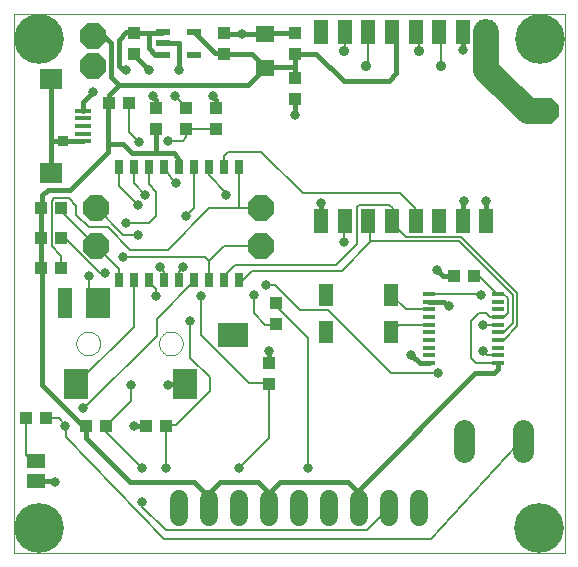
<source format=gtl>
G75*
G70*
%OFA0B0*%
%FSLAX24Y24*%
%IPPOS*%
%LPD*%
%AMOC8*
5,1,8,0,0,1.08239X$1,22.5*
%
%ADD10C,0.0000*%
%ADD11R,0.0433X0.0394*%
%ADD12R,0.0630X0.0551*%
%ADD13R,0.0394X0.0433*%
%ADD14R,0.0787X0.0984*%
%ADD15R,0.0984X0.0787*%
%ADD16R,0.0472X0.0984*%
%ADD17R,0.0591X0.0512*%
%ADD18C,0.0705*%
%ADD19R,0.0512X0.0787*%
%ADD20OC8,0.0850*%
%ADD21R,0.0512X0.0748*%
%ADD22R,0.0551X0.0138*%
%ADD23R,0.0748X0.0709*%
%ADD24C,0.0600*%
%ADD25R,0.0300X0.0450*%
%ADD26R,0.0390X0.0120*%
%ADD27R,0.0472X0.0217*%
%ADD28C,0.0160*%
%ADD29C,0.0080*%
%ADD30C,0.0317*%
%ADD31R,0.0356X0.0356*%
%ADD32C,0.0356*%
%ADD33C,0.0860*%
%ADD34C,0.1660*%
D10*
X000180Y000180D02*
X000180Y018176D01*
X018550Y018176D01*
X018550Y000180D01*
X000180Y000180D01*
X002264Y007180D02*
X002266Y007219D01*
X002272Y007258D01*
X002282Y007296D01*
X002295Y007333D01*
X002312Y007368D01*
X002332Y007402D01*
X002356Y007433D01*
X002383Y007462D01*
X002412Y007488D01*
X002444Y007511D01*
X002478Y007531D01*
X002514Y007547D01*
X002551Y007559D01*
X002590Y007568D01*
X002629Y007573D01*
X002668Y007574D01*
X002707Y007571D01*
X002746Y007564D01*
X002783Y007553D01*
X002820Y007539D01*
X002855Y007521D01*
X002888Y007500D01*
X002919Y007475D01*
X002947Y007448D01*
X002972Y007418D01*
X002994Y007385D01*
X003013Y007351D01*
X003028Y007315D01*
X003040Y007277D01*
X003048Y007239D01*
X003052Y007200D01*
X003052Y007160D01*
X003048Y007121D01*
X003040Y007083D01*
X003028Y007045D01*
X003013Y007009D01*
X002994Y006975D01*
X002972Y006942D01*
X002947Y006912D01*
X002919Y006885D01*
X002888Y006860D01*
X002855Y006839D01*
X002820Y006821D01*
X002783Y006807D01*
X002746Y006796D01*
X002707Y006789D01*
X002668Y006786D01*
X002629Y006787D01*
X002590Y006792D01*
X002551Y006801D01*
X002514Y006813D01*
X002478Y006829D01*
X002444Y006849D01*
X002412Y006872D01*
X002383Y006898D01*
X002356Y006927D01*
X002332Y006958D01*
X002312Y006992D01*
X002295Y007027D01*
X002282Y007064D01*
X002272Y007102D01*
X002266Y007141D01*
X002264Y007180D01*
X005020Y007180D02*
X005022Y007219D01*
X005028Y007258D01*
X005038Y007296D01*
X005051Y007333D01*
X005068Y007368D01*
X005088Y007402D01*
X005112Y007433D01*
X005139Y007462D01*
X005168Y007488D01*
X005200Y007511D01*
X005234Y007531D01*
X005270Y007547D01*
X005307Y007559D01*
X005346Y007568D01*
X005385Y007573D01*
X005424Y007574D01*
X005463Y007571D01*
X005502Y007564D01*
X005539Y007553D01*
X005576Y007539D01*
X005611Y007521D01*
X005644Y007500D01*
X005675Y007475D01*
X005703Y007448D01*
X005728Y007418D01*
X005750Y007385D01*
X005769Y007351D01*
X005784Y007315D01*
X005796Y007277D01*
X005804Y007239D01*
X005808Y007200D01*
X005808Y007160D01*
X005804Y007121D01*
X005796Y007083D01*
X005784Y007045D01*
X005769Y007009D01*
X005750Y006975D01*
X005728Y006942D01*
X005703Y006912D01*
X005675Y006885D01*
X005644Y006860D01*
X005611Y006839D01*
X005576Y006821D01*
X005539Y006807D01*
X005502Y006796D01*
X005463Y006789D01*
X005424Y006786D01*
X005385Y006787D01*
X005346Y006792D01*
X005307Y006801D01*
X005270Y006813D01*
X005234Y006829D01*
X005200Y006849D01*
X005168Y006872D01*
X005139Y006898D01*
X005112Y006927D01*
X005088Y006958D01*
X005068Y006992D01*
X005051Y007027D01*
X005038Y007064D01*
X005028Y007102D01*
X005022Y007141D01*
X005020Y007180D01*
D11*
X008680Y006515D03*
X008680Y005845D03*
X008930Y007845D03*
X008930Y008515D03*
X014845Y009430D03*
X015515Y009430D03*
X006930Y014345D03*
X006930Y015015D03*
X005930Y015015D03*
X005930Y014345D03*
D12*
X008555Y016379D03*
X008555Y017481D03*
D13*
X009555Y017515D03*
X009555Y016845D03*
X009555Y016015D03*
X009555Y015345D03*
X007180Y016845D03*
X007180Y017515D03*
X004930Y015015D03*
X004930Y014345D03*
X004015Y015180D03*
X003345Y015180D03*
X004180Y016845D03*
X004180Y017515D03*
X001765Y011680D03*
X001095Y011680D03*
X001095Y010680D03*
X001765Y010680D03*
X001765Y009680D03*
X001095Y009680D03*
X001265Y004680D03*
X000595Y004680D03*
X002595Y004430D03*
X003265Y004430D03*
X004595Y004430D03*
X005265Y004430D03*
D14*
X005886Y005822D03*
X002973Y008538D03*
X002264Y005822D03*
D15*
X007481Y007475D03*
D16*
X001871Y008538D03*
D17*
X000930Y003265D03*
X000930Y002595D03*
D18*
X015196Y003578D02*
X015196Y004283D01*
X017164Y004283D02*
X017164Y003578D01*
D19*
X015936Y011260D03*
X015149Y011260D03*
X014361Y011260D03*
X013574Y011260D03*
X012786Y011260D03*
X011999Y011260D03*
X011211Y011260D03*
X010424Y011260D03*
X010424Y017560D03*
X011211Y017560D03*
X011999Y017560D03*
X012786Y017560D03*
X013574Y017560D03*
X014361Y017560D03*
X015149Y017560D03*
X015936Y017560D03*
D20*
X017930Y014930D03*
X008430Y011680D03*
X008430Y010430D03*
X002930Y010430D03*
X002930Y011680D03*
X002805Y016430D03*
X002805Y017430D03*
D21*
X010597Y008810D03*
X010597Y007550D03*
X012763Y007550D03*
X012763Y008810D03*
D22*
X002473Y013918D03*
X002473Y014174D03*
X002473Y014430D03*
X002473Y014686D03*
X002473Y014942D03*
D23*
X001430Y016005D03*
X001430Y012855D03*
D24*
X005680Y001980D02*
X005680Y001380D01*
X006680Y001380D02*
X006680Y001980D01*
X007680Y001980D02*
X007680Y001380D01*
X008680Y001380D02*
X008680Y001980D01*
X009680Y001980D02*
X009680Y001380D01*
X010680Y001380D02*
X010680Y001980D01*
X011680Y001980D02*
X011680Y001380D01*
X012680Y001380D02*
X012680Y001980D01*
X013680Y001980D02*
X013680Y001380D01*
D25*
X007680Y009295D03*
X007180Y009295D03*
X006680Y009295D03*
X006180Y009295D03*
X005680Y009295D03*
X005180Y009295D03*
X004680Y009295D03*
X004180Y009295D03*
X003680Y009295D03*
X003680Y013065D03*
X004180Y013065D03*
X004680Y013065D03*
X005180Y013065D03*
X005680Y013065D03*
X006180Y013065D03*
X006680Y013065D03*
X007180Y013065D03*
X007680Y013065D03*
D26*
X014031Y008832D03*
X014031Y008576D03*
X014031Y008320D03*
X014031Y008064D03*
X014031Y007808D03*
X014031Y007552D03*
X014031Y007296D03*
X014031Y007040D03*
X014031Y006784D03*
X014031Y006528D03*
X016329Y006528D03*
X016329Y006784D03*
X016329Y007040D03*
X016329Y007296D03*
X016329Y007552D03*
X016329Y007808D03*
X016329Y008064D03*
X016329Y008320D03*
X016329Y008576D03*
X016329Y008832D03*
D27*
X006192Y016806D03*
X006192Y017554D03*
X005168Y017554D03*
X005168Y017180D03*
X005168Y016806D03*
D28*
X005160Y016806D02*
X005024Y016806D01*
X005020Y016810D01*
X004895Y016810D01*
X004685Y017020D01*
X004685Y017520D01*
X004180Y017520D01*
X004180Y017515D02*
X004140Y017555D01*
X003930Y017555D01*
X003680Y017305D01*
X003680Y016430D01*
X003805Y016305D01*
X003930Y016305D01*
X003680Y015805D02*
X003345Y015470D01*
X003345Y015180D01*
X003320Y015150D02*
X003320Y013840D01*
X003320Y013570D01*
X002055Y012305D01*
X001305Y012305D01*
X001120Y012120D01*
X001120Y011850D01*
X001100Y011680D02*
X001100Y010710D01*
X001100Y010680D02*
X001100Y009680D01*
X001120Y009650D02*
X001120Y005800D01*
X002470Y004450D01*
X002595Y004430D02*
X002595Y004015D01*
X004055Y002555D01*
X006180Y002555D01*
X006680Y002055D01*
X006680Y001680D01*
X006680Y002180D01*
X007055Y002555D01*
X008305Y002555D01*
X008680Y002180D01*
X009055Y002555D01*
X011305Y002555D01*
X011680Y002180D01*
X011680Y002305D01*
X015555Y006180D01*
X016180Y006180D01*
X016329Y006329D01*
X016329Y006528D01*
X014680Y008430D02*
X014534Y008576D01*
X014031Y008576D01*
X014500Y009430D02*
X014295Y009635D01*
X014500Y009430D02*
X014845Y009430D01*
X015149Y011260D02*
X015149Y011899D01*
X015180Y011930D01*
X015930Y011930D02*
X015936Y011924D01*
X015936Y011260D01*
X013430Y006805D02*
X013707Y006528D01*
X014031Y006528D01*
X011680Y002180D02*
X011680Y001680D01*
X008680Y001680D02*
X008680Y002180D01*
X005886Y005822D02*
X005322Y005822D01*
X005305Y005805D01*
X004595Y004430D02*
X004180Y004430D01*
X001555Y002555D02*
X001515Y002595D01*
X000930Y002595D01*
X008680Y006515D02*
X008680Y006920D01*
X010430Y011300D02*
X010430Y011860D01*
X009555Y014805D02*
X009555Y015345D01*
X009555Y016015D02*
X009555Y016400D01*
X009555Y016845D01*
X010265Y016845D01*
X011180Y015930D01*
X012680Y015930D01*
X012930Y016180D01*
X012930Y017416D01*
X012786Y017560D01*
X015150Y017520D02*
X015150Y016960D01*
X009555Y017515D02*
X008588Y017515D01*
X008555Y017481D01*
X008660Y017510D02*
X007795Y017510D01*
X007180Y017510D01*
X007180Y016850D02*
X006900Y016850D01*
X006200Y017550D01*
X005680Y017180D02*
X005680Y016305D01*
X005680Y017180D02*
X005168Y017180D01*
X005130Y017520D02*
X004685Y017520D01*
X004180Y016845D02*
X004180Y016805D01*
X004680Y016305D01*
X004805Y015430D02*
X004930Y015305D01*
X004930Y015015D01*
X004930Y014345D02*
X004930Y013535D01*
X004115Y013535D01*
X003830Y013820D01*
X003350Y013820D01*
X002473Y013918D02*
X001805Y013918D01*
X001805Y013930D01*
X001430Y013930D01*
X001430Y016005D01*
X002473Y015223D02*
X002473Y014942D01*
X002473Y015223D02*
X002805Y015555D01*
X003430Y016055D02*
X003680Y015805D01*
X007981Y015805D01*
X008555Y016379D01*
X008525Y016400D02*
X008105Y016820D01*
X007210Y016820D01*
X008460Y016400D02*
X008525Y016400D01*
X009555Y016400D01*
X006930Y015305D02*
X006930Y015015D01*
X006930Y015305D02*
X006805Y015430D01*
X005515Y013535D02*
X004930Y013535D01*
X005515Y013535D02*
X005680Y013305D01*
X005660Y013285D01*
X005660Y013140D01*
X003430Y016055D02*
X003430Y017180D01*
X003180Y017430D01*
X002805Y017430D01*
X001430Y013930D02*
X001430Y012855D01*
D29*
X001520Y012020D02*
X001440Y011940D01*
X001440Y010420D01*
X001760Y010100D01*
X001760Y009680D01*
X001765Y009680D01*
X001120Y009650D02*
X001095Y009680D01*
X001100Y009680D01*
X001100Y010680D02*
X001095Y010680D01*
X001100Y010710D01*
X001765Y010680D02*
X001900Y010680D01*
X003055Y009525D01*
X003235Y009525D01*
X003680Y009670D02*
X003680Y009300D01*
X003680Y009295D01*
X003680Y009670D02*
X002950Y010400D01*
X002930Y010430D01*
X001770Y011590D01*
X001770Y011680D01*
X001765Y011680D01*
X002010Y012020D02*
X001520Y012020D01*
X002010Y012020D02*
X002255Y011775D01*
X002255Y011450D01*
X002680Y011055D01*
X003305Y011055D01*
X004055Y010305D01*
X005305Y010305D01*
X006695Y011680D01*
X007680Y011680D01*
X007680Y013065D01*
X007180Y013065D02*
X007180Y013430D01*
X007305Y013555D01*
X008430Y013555D01*
X009805Y012180D01*
X013055Y012180D01*
X013555Y011680D01*
X013555Y011279D01*
X013574Y011260D01*
X013270Y010740D02*
X012790Y011220D01*
X012790Y011260D01*
X012786Y011260D01*
X012805Y011279D01*
X012805Y011680D01*
X012680Y011805D01*
X011680Y011805D01*
X011618Y011743D01*
X011618Y010493D01*
X010930Y009805D01*
X007555Y009805D01*
X007180Y009430D01*
X007180Y009295D01*
X007680Y009300D02*
X007680Y009295D01*
X007680Y009300D02*
X007820Y009300D01*
X008130Y009610D01*
X011110Y009610D01*
X012055Y010555D01*
X012080Y010580D01*
X015010Y010580D01*
X016810Y008780D01*
X016810Y007860D01*
X016510Y007560D01*
X016330Y007560D01*
X016329Y007552D01*
X016326Y007805D02*
X016329Y007808D01*
X016326Y007805D02*
X015805Y007805D01*
X016040Y008070D02*
X015930Y008180D01*
X015680Y008180D01*
X015430Y007930D01*
X015430Y006680D01*
X015582Y006528D01*
X016329Y006528D01*
X016320Y006780D02*
X015955Y006780D01*
X015805Y006930D01*
X016320Y006780D02*
X016329Y006784D01*
X016329Y007296D02*
X016330Y007300D01*
X016510Y007300D01*
X016970Y007760D01*
X016970Y008850D01*
X015080Y010740D01*
X013270Y010740D01*
X012055Y010555D02*
X012055Y011204D01*
X011999Y011260D01*
X012000Y011260D01*
X012000Y011220D01*
X011211Y011260D02*
X011180Y011229D01*
X011180Y010555D01*
X010424Y011260D02*
X010430Y011300D01*
X010424Y011260D02*
X010420Y011260D01*
X008430Y011680D02*
X007680Y011680D01*
X007270Y012135D02*
X007270Y012180D01*
X006680Y012805D01*
X006680Y013065D01*
X006180Y013065D02*
X006180Y011680D01*
X005930Y011430D01*
X004930Y011430D02*
X004930Y011555D01*
X004925Y012245D01*
X004680Y012490D01*
X004680Y013065D01*
X004180Y013065D02*
X004180Y012525D01*
X004560Y012145D01*
X004305Y011805D02*
X003680Y012435D01*
X003680Y013065D01*
X003350Y013820D02*
X003320Y013840D01*
X004020Y014220D02*
X004340Y013900D01*
X004020Y014220D02*
X004020Y015180D01*
X004015Y015180D01*
X003345Y015180D02*
X003320Y015150D01*
X005160Y016806D02*
X005160Y016810D01*
X005160Y016806D02*
X005168Y016806D01*
X005130Y017520D02*
X005160Y017550D01*
X005168Y017550D01*
X005168Y017554D01*
X004180Y017520D02*
X004180Y017515D01*
X006192Y017554D02*
X006200Y017554D01*
X006200Y017550D01*
X007180Y017510D02*
X007180Y017515D01*
X007180Y016850D02*
X007180Y016845D01*
X007210Y016820D01*
X008460Y016400D02*
X008555Y016379D01*
X008525Y016400D01*
X008555Y017481D02*
X008680Y017490D01*
X008660Y017510D01*
X011211Y017560D02*
X011211Y016961D01*
X011180Y016930D01*
X011930Y016430D02*
X011999Y016499D01*
X011999Y017560D01*
X012780Y017550D02*
X012780Y017290D01*
X012780Y017550D02*
X012786Y017560D01*
X013574Y017560D02*
X013680Y017453D01*
X013680Y016930D01*
X014430Y016430D02*
X014430Y017491D01*
X014361Y017560D01*
X015149Y017560D02*
X015150Y017520D01*
X015150Y017560D02*
X015149Y017560D01*
X015150Y011260D02*
X015149Y011260D01*
X015930Y011260D02*
X015936Y011260D01*
X015940Y011260D01*
X015700Y009430D02*
X015515Y009430D01*
X015700Y009430D02*
X016290Y008840D01*
X016329Y008832D01*
X016330Y008830D01*
X016500Y008830D01*
X016650Y008680D01*
X016650Y008210D01*
X016510Y008070D01*
X016330Y008070D01*
X016040Y008070D01*
X016329Y008064D02*
X016330Y008070D01*
X015760Y008800D02*
X015730Y008830D01*
X014040Y008830D01*
X014031Y008832D01*
X014030Y008320D02*
X014031Y008320D01*
X014030Y008320D02*
X013250Y008320D01*
X012770Y008800D01*
X012763Y008810D01*
X013010Y007800D02*
X012770Y007560D01*
X012763Y007550D01*
X013010Y007800D02*
X014030Y007800D01*
X014031Y007808D01*
X014030Y006530D02*
X014031Y006528D01*
X014305Y006180D02*
X012770Y006180D01*
X010640Y008310D01*
X009720Y008310D01*
X008885Y009145D01*
X008595Y009145D01*
X008180Y008805D02*
X008180Y008180D01*
X008555Y007805D01*
X008890Y007805D01*
X008930Y007845D01*
X008930Y008430D02*
X010000Y007360D01*
X010000Y003015D01*
X008680Y004045D02*
X007680Y003045D01*
X008680Y004045D02*
X008680Y005845D01*
X008650Y005870D01*
X008030Y005870D01*
X006430Y007470D01*
X006430Y008755D01*
X006180Y009250D02*
X006180Y009295D01*
X006180Y009250D02*
X004940Y008010D01*
X004940Y007440D01*
X002520Y005020D01*
X002490Y005020D01*
X002470Y004450D02*
X002560Y004450D01*
X002595Y004430D01*
X001920Y004400D02*
X001920Y004060D01*
X005180Y000675D01*
X014075Y000675D01*
X016955Y003805D01*
X017164Y003930D01*
X012680Y001680D02*
X011960Y000960D01*
X005250Y000960D01*
X004470Y001740D01*
X004470Y001910D01*
X004470Y003015D02*
X003270Y004215D01*
X003270Y004430D01*
X003265Y004430D01*
X003290Y004460D01*
X004100Y005270D01*
X004100Y005780D01*
X005265Y004430D02*
X005300Y004450D01*
X005580Y004450D01*
X006720Y005590D01*
X006720Y006050D01*
X006065Y006705D01*
X006065Y007925D01*
X004930Y008755D02*
X004930Y009000D01*
X004680Y009250D01*
X004680Y009295D01*
X004180Y009290D02*
X004180Y009295D01*
X004180Y009290D02*
X004180Y007740D01*
X002270Y005830D01*
X002264Y005822D01*
X001680Y004680D02*
X001265Y004680D01*
X001680Y004680D02*
X001900Y004460D01*
X001900Y004430D01*
X001920Y004400D01*
X000930Y003265D02*
X000740Y003310D01*
X000600Y003450D01*
X000600Y004680D01*
X000595Y004680D01*
X002973Y008538D02*
X002680Y008831D01*
X002680Y009430D01*
X003805Y010055D02*
X006555Y010055D01*
X006680Y009930D01*
X007180Y010430D01*
X008430Y010430D01*
X006680Y009930D02*
X006680Y009295D01*
X005805Y009680D02*
X005680Y009555D01*
X005680Y009295D01*
X005805Y009680D02*
X005805Y009720D01*
X005180Y009555D02*
X005180Y009295D01*
X005180Y009555D02*
X005055Y009720D01*
X004305Y010805D02*
X003805Y010805D01*
X002940Y011680D01*
X002930Y011680D01*
X003930Y011180D02*
X004680Y011180D01*
X004930Y011430D01*
X005560Y012515D02*
X005595Y012515D01*
X005560Y012515D02*
X005180Y013020D01*
X005180Y013065D01*
X005660Y013140D02*
X005680Y013065D01*
X005805Y013930D02*
X005305Y013930D01*
X005805Y013930D02*
X005930Y014055D01*
X005930Y014345D01*
X006930Y014345D01*
X005930Y015015D02*
X005930Y015055D01*
X005555Y015430D01*
X001120Y011850D02*
X001120Y011710D01*
X001095Y011680D01*
X001100Y011680D01*
X005265Y004430D02*
X005270Y004430D01*
X005270Y003015D01*
X008930Y008430D02*
X008930Y008515D01*
D30*
X008595Y009145D03*
X008180Y008805D03*
X006430Y008755D03*
X006065Y007925D03*
X004930Y008755D03*
X005055Y009720D03*
X005805Y009720D03*
X004305Y010805D03*
X003930Y011180D03*
X004305Y011805D03*
X004560Y012145D03*
X005595Y012515D03*
X005930Y011430D03*
X007270Y012135D03*
X005305Y013930D03*
X004340Y013900D03*
X004805Y015430D03*
X005555Y015430D03*
X005680Y016305D03*
X004680Y016305D03*
X003930Y016305D03*
X002805Y015555D03*
X006805Y015430D03*
X007795Y017510D03*
X009555Y014805D03*
X010430Y011860D03*
X011180Y010555D03*
X014295Y009635D03*
X014680Y008430D03*
X015760Y008800D03*
X015805Y007805D03*
X015805Y006930D03*
X014305Y006180D03*
X013430Y006805D03*
X010000Y003015D03*
X007680Y003045D03*
X005270Y003015D03*
X004470Y003015D03*
X004470Y001910D03*
X004180Y004430D03*
X004100Y005780D03*
X005305Y005805D03*
X002490Y005020D03*
X001900Y004430D03*
X001555Y002555D03*
X002680Y009430D03*
X003235Y009525D03*
X003805Y010055D03*
X008680Y006920D03*
X015180Y011930D03*
X015930Y011930D03*
X015150Y016960D03*
D31*
X001805Y013930D03*
D32*
X011180Y016930D03*
X011930Y016430D03*
X013680Y016930D03*
X014430Y016430D03*
D33*
X015930Y016305D02*
X017305Y014930D01*
X017930Y014930D01*
X015930Y016305D02*
X015930Y017060D01*
X015936Y017560D01*
D34*
X017710Y017340D03*
X001020Y017340D03*
X001030Y001030D03*
X017700Y001030D03*
M02*

</source>
